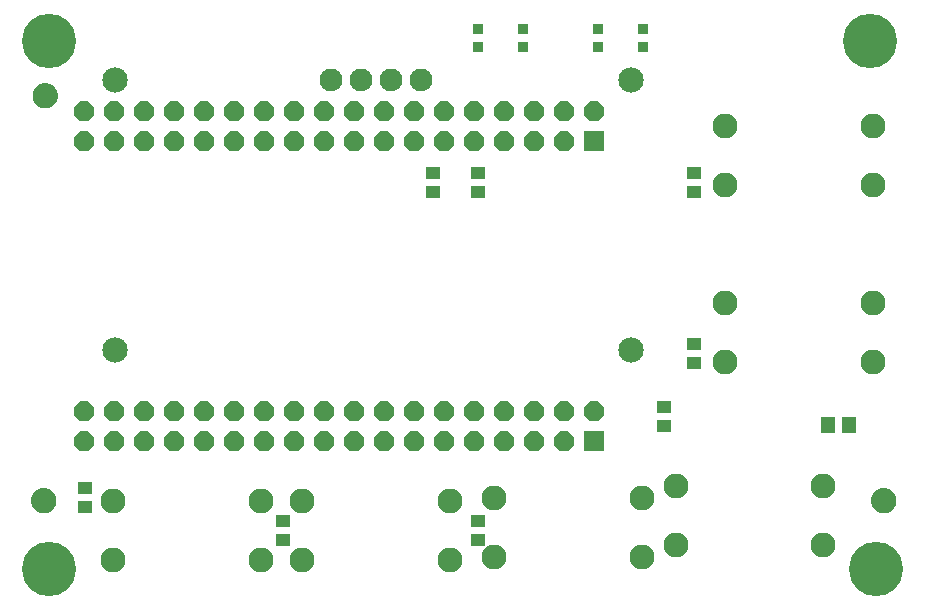
<source format=gbr>
G04 EAGLE Gerber RS-274X export*
G75*
%MOMM*%
%FSLAX34Y34*%
%LPD*%
%INSoldermask Top*%
%IPPOS*%
%AMOC8*
5,1,8,0,0,1.08239X$1,22.5*%
G01*
%ADD10C,2.152400*%
%ADD11C,1.930400*%
%ADD12R,0.952400X0.952400*%
%ADD13R,1.676400X1.676400*%
%ADD14P,1.814519X8X202.500000*%
%ADD15R,1.183641X1.102359*%
%ADD16C,2.112400*%
%ADD17C,4.597400*%
%ADD18C,0.609600*%
%ADD19C,1.168400*%
%ADD20R,1.295400X1.422400*%


D10*
X86360Y215900D03*
X523240Y215900D03*
X86360Y444500D03*
X523240Y444500D03*
D11*
X345440Y444500D03*
X320040Y444500D03*
X294640Y444500D03*
X269240Y444500D03*
D12*
X393700Y487560D03*
X393700Y472560D03*
X431800Y487560D03*
X431800Y472560D03*
X495300Y487560D03*
X495300Y472560D03*
X533400Y487560D03*
X533400Y472560D03*
D13*
X492080Y139440D03*
D14*
X492080Y164840D03*
X466680Y139440D03*
X466680Y164840D03*
X441280Y139440D03*
X441280Y164840D03*
X415880Y139440D03*
X415880Y164840D03*
X390480Y139440D03*
X390480Y164840D03*
X365080Y139440D03*
X365080Y164840D03*
X339680Y139440D03*
X339680Y164840D03*
X314280Y139440D03*
X314280Y164840D03*
X288880Y139440D03*
X288880Y164840D03*
X263480Y139440D03*
X263480Y164840D03*
X238080Y139440D03*
X238080Y164840D03*
X212680Y139440D03*
X212680Y164840D03*
X187280Y139440D03*
X187280Y164840D03*
X161880Y139440D03*
X161880Y164840D03*
X136480Y139440D03*
X136480Y164840D03*
X111080Y139440D03*
X111080Y164840D03*
X85680Y139440D03*
X85680Y164840D03*
X60280Y139440D03*
X60280Y164840D03*
D13*
X492080Y393440D03*
D14*
X492080Y418840D03*
X466680Y393440D03*
X466680Y418840D03*
X441280Y393440D03*
X441280Y418840D03*
X415880Y393440D03*
X415880Y418840D03*
X390480Y393440D03*
X390480Y418840D03*
X365080Y393440D03*
X365080Y418840D03*
X339680Y393440D03*
X339680Y418840D03*
X314280Y393440D03*
X314280Y418840D03*
X288880Y393440D03*
X288880Y418840D03*
X263480Y393440D03*
X263480Y418840D03*
X238080Y393440D03*
X238080Y418840D03*
X212680Y393440D03*
X212680Y418840D03*
X187280Y393440D03*
X187280Y418840D03*
X161880Y393440D03*
X161880Y418840D03*
X136480Y393440D03*
X136480Y418840D03*
X111080Y393440D03*
X111080Y418840D03*
X85680Y393440D03*
X85680Y418840D03*
X60280Y393440D03*
X60280Y418840D03*
D15*
X393700Y366141D03*
X393700Y350139D03*
X355600Y366141D03*
X355600Y350139D03*
D16*
X532400Y91040D03*
X532400Y41040D03*
X407400Y41040D03*
X407400Y91040D03*
D15*
X393700Y55499D03*
X393700Y71501D03*
D16*
X686070Y101200D03*
X686070Y51200D03*
X561070Y51200D03*
X561070Y101200D03*
D15*
X551180Y152019D03*
X551180Y168021D03*
D16*
X727980Y256140D03*
X727980Y206140D03*
X602980Y206140D03*
X602980Y256140D03*
D15*
X576580Y205359D03*
X576580Y221361D03*
D16*
X727980Y406000D03*
X727980Y356000D03*
X602980Y356000D03*
X602980Y406000D03*
D15*
X576580Y350139D03*
X576580Y366141D03*
D16*
X369840Y88500D03*
X369840Y38500D03*
X244840Y38500D03*
X244840Y88500D03*
D15*
X228600Y55499D03*
X228600Y71501D03*
D16*
X209820Y88500D03*
X209820Y38500D03*
X84820Y38500D03*
X84820Y88500D03*
D15*
X60960Y83439D03*
X60960Y99441D03*
D17*
X30480Y477520D03*
X725170Y477520D03*
X730250Y30480D03*
X30480Y30480D03*
D18*
X728980Y88900D02*
X728982Y89087D01*
X728989Y89274D01*
X729001Y89461D01*
X729017Y89647D01*
X729037Y89833D01*
X729062Y90018D01*
X729092Y90203D01*
X729126Y90387D01*
X729165Y90570D01*
X729208Y90752D01*
X729256Y90932D01*
X729308Y91112D01*
X729365Y91290D01*
X729425Y91467D01*
X729491Y91642D01*
X729560Y91816D01*
X729634Y91988D01*
X729712Y92158D01*
X729794Y92326D01*
X729880Y92492D01*
X729970Y92656D01*
X730064Y92817D01*
X730162Y92977D01*
X730264Y93133D01*
X730370Y93288D01*
X730480Y93439D01*
X730593Y93588D01*
X730710Y93734D01*
X730830Y93877D01*
X730954Y94017D01*
X731081Y94154D01*
X731212Y94288D01*
X731346Y94419D01*
X731483Y94546D01*
X731623Y94670D01*
X731766Y94790D01*
X731912Y94907D01*
X732061Y95020D01*
X732212Y95130D01*
X732367Y95236D01*
X732523Y95338D01*
X732683Y95436D01*
X732844Y95530D01*
X733008Y95620D01*
X733174Y95706D01*
X733342Y95788D01*
X733512Y95866D01*
X733684Y95940D01*
X733858Y96009D01*
X734033Y96075D01*
X734210Y96135D01*
X734388Y96192D01*
X734568Y96244D01*
X734748Y96292D01*
X734930Y96335D01*
X735113Y96374D01*
X735297Y96408D01*
X735482Y96438D01*
X735667Y96463D01*
X735853Y96483D01*
X736039Y96499D01*
X736226Y96511D01*
X736413Y96518D01*
X736600Y96520D01*
X736787Y96518D01*
X736974Y96511D01*
X737161Y96499D01*
X737347Y96483D01*
X737533Y96463D01*
X737718Y96438D01*
X737903Y96408D01*
X738087Y96374D01*
X738270Y96335D01*
X738452Y96292D01*
X738632Y96244D01*
X738812Y96192D01*
X738990Y96135D01*
X739167Y96075D01*
X739342Y96009D01*
X739516Y95940D01*
X739688Y95866D01*
X739858Y95788D01*
X740026Y95706D01*
X740192Y95620D01*
X740356Y95530D01*
X740517Y95436D01*
X740677Y95338D01*
X740833Y95236D01*
X740988Y95130D01*
X741139Y95020D01*
X741288Y94907D01*
X741434Y94790D01*
X741577Y94670D01*
X741717Y94546D01*
X741854Y94419D01*
X741988Y94288D01*
X742119Y94154D01*
X742246Y94017D01*
X742370Y93877D01*
X742490Y93734D01*
X742607Y93588D01*
X742720Y93439D01*
X742830Y93288D01*
X742936Y93133D01*
X743038Y92977D01*
X743136Y92817D01*
X743230Y92656D01*
X743320Y92492D01*
X743406Y92326D01*
X743488Y92158D01*
X743566Y91988D01*
X743640Y91816D01*
X743709Y91642D01*
X743775Y91467D01*
X743835Y91290D01*
X743892Y91112D01*
X743944Y90932D01*
X743992Y90752D01*
X744035Y90570D01*
X744074Y90387D01*
X744108Y90203D01*
X744138Y90018D01*
X744163Y89833D01*
X744183Y89647D01*
X744199Y89461D01*
X744211Y89274D01*
X744218Y89087D01*
X744220Y88900D01*
X744218Y88713D01*
X744211Y88526D01*
X744199Y88339D01*
X744183Y88153D01*
X744163Y87967D01*
X744138Y87782D01*
X744108Y87597D01*
X744074Y87413D01*
X744035Y87230D01*
X743992Y87048D01*
X743944Y86868D01*
X743892Y86688D01*
X743835Y86510D01*
X743775Y86333D01*
X743709Y86158D01*
X743640Y85984D01*
X743566Y85812D01*
X743488Y85642D01*
X743406Y85474D01*
X743320Y85308D01*
X743230Y85144D01*
X743136Y84983D01*
X743038Y84823D01*
X742936Y84667D01*
X742830Y84512D01*
X742720Y84361D01*
X742607Y84212D01*
X742490Y84066D01*
X742370Y83923D01*
X742246Y83783D01*
X742119Y83646D01*
X741988Y83512D01*
X741854Y83381D01*
X741717Y83254D01*
X741577Y83130D01*
X741434Y83010D01*
X741288Y82893D01*
X741139Y82780D01*
X740988Y82670D01*
X740833Y82564D01*
X740677Y82462D01*
X740517Y82364D01*
X740356Y82270D01*
X740192Y82180D01*
X740026Y82094D01*
X739858Y82012D01*
X739688Y81934D01*
X739516Y81860D01*
X739342Y81791D01*
X739167Y81725D01*
X738990Y81665D01*
X738812Y81608D01*
X738632Y81556D01*
X738452Y81508D01*
X738270Y81465D01*
X738087Y81426D01*
X737903Y81392D01*
X737718Y81362D01*
X737533Y81337D01*
X737347Y81317D01*
X737161Y81301D01*
X736974Y81289D01*
X736787Y81282D01*
X736600Y81280D01*
X736413Y81282D01*
X736226Y81289D01*
X736039Y81301D01*
X735853Y81317D01*
X735667Y81337D01*
X735482Y81362D01*
X735297Y81392D01*
X735113Y81426D01*
X734930Y81465D01*
X734748Y81508D01*
X734568Y81556D01*
X734388Y81608D01*
X734210Y81665D01*
X734033Y81725D01*
X733858Y81791D01*
X733684Y81860D01*
X733512Y81934D01*
X733342Y82012D01*
X733174Y82094D01*
X733008Y82180D01*
X732844Y82270D01*
X732683Y82364D01*
X732523Y82462D01*
X732367Y82564D01*
X732212Y82670D01*
X732061Y82780D01*
X731912Y82893D01*
X731766Y83010D01*
X731623Y83130D01*
X731483Y83254D01*
X731346Y83381D01*
X731212Y83512D01*
X731081Y83646D01*
X730954Y83783D01*
X730830Y83923D01*
X730710Y84066D01*
X730593Y84212D01*
X730480Y84361D01*
X730370Y84512D01*
X730264Y84667D01*
X730162Y84823D01*
X730064Y84983D01*
X729970Y85144D01*
X729880Y85308D01*
X729794Y85474D01*
X729712Y85642D01*
X729634Y85812D01*
X729560Y85984D01*
X729491Y86158D01*
X729425Y86333D01*
X729365Y86510D01*
X729308Y86688D01*
X729256Y86868D01*
X729208Y87048D01*
X729165Y87230D01*
X729126Y87413D01*
X729092Y87597D01*
X729062Y87782D01*
X729037Y87967D01*
X729017Y88153D01*
X729001Y88339D01*
X728989Y88526D01*
X728982Y88713D01*
X728980Y88900D01*
D19*
X736600Y88900D03*
D18*
X19050Y431800D02*
X19052Y431987D01*
X19059Y432174D01*
X19071Y432361D01*
X19087Y432547D01*
X19107Y432733D01*
X19132Y432918D01*
X19162Y433103D01*
X19196Y433287D01*
X19235Y433470D01*
X19278Y433652D01*
X19326Y433832D01*
X19378Y434012D01*
X19435Y434190D01*
X19495Y434367D01*
X19561Y434542D01*
X19630Y434716D01*
X19704Y434888D01*
X19782Y435058D01*
X19864Y435226D01*
X19950Y435392D01*
X20040Y435556D01*
X20134Y435717D01*
X20232Y435877D01*
X20334Y436033D01*
X20440Y436188D01*
X20550Y436339D01*
X20663Y436488D01*
X20780Y436634D01*
X20900Y436777D01*
X21024Y436917D01*
X21151Y437054D01*
X21282Y437188D01*
X21416Y437319D01*
X21553Y437446D01*
X21693Y437570D01*
X21836Y437690D01*
X21982Y437807D01*
X22131Y437920D01*
X22282Y438030D01*
X22437Y438136D01*
X22593Y438238D01*
X22753Y438336D01*
X22914Y438430D01*
X23078Y438520D01*
X23244Y438606D01*
X23412Y438688D01*
X23582Y438766D01*
X23754Y438840D01*
X23928Y438909D01*
X24103Y438975D01*
X24280Y439035D01*
X24458Y439092D01*
X24638Y439144D01*
X24818Y439192D01*
X25000Y439235D01*
X25183Y439274D01*
X25367Y439308D01*
X25552Y439338D01*
X25737Y439363D01*
X25923Y439383D01*
X26109Y439399D01*
X26296Y439411D01*
X26483Y439418D01*
X26670Y439420D01*
X26857Y439418D01*
X27044Y439411D01*
X27231Y439399D01*
X27417Y439383D01*
X27603Y439363D01*
X27788Y439338D01*
X27973Y439308D01*
X28157Y439274D01*
X28340Y439235D01*
X28522Y439192D01*
X28702Y439144D01*
X28882Y439092D01*
X29060Y439035D01*
X29237Y438975D01*
X29412Y438909D01*
X29586Y438840D01*
X29758Y438766D01*
X29928Y438688D01*
X30096Y438606D01*
X30262Y438520D01*
X30426Y438430D01*
X30587Y438336D01*
X30747Y438238D01*
X30903Y438136D01*
X31058Y438030D01*
X31209Y437920D01*
X31358Y437807D01*
X31504Y437690D01*
X31647Y437570D01*
X31787Y437446D01*
X31924Y437319D01*
X32058Y437188D01*
X32189Y437054D01*
X32316Y436917D01*
X32440Y436777D01*
X32560Y436634D01*
X32677Y436488D01*
X32790Y436339D01*
X32900Y436188D01*
X33006Y436033D01*
X33108Y435877D01*
X33206Y435717D01*
X33300Y435556D01*
X33390Y435392D01*
X33476Y435226D01*
X33558Y435058D01*
X33636Y434888D01*
X33710Y434716D01*
X33779Y434542D01*
X33845Y434367D01*
X33905Y434190D01*
X33962Y434012D01*
X34014Y433832D01*
X34062Y433652D01*
X34105Y433470D01*
X34144Y433287D01*
X34178Y433103D01*
X34208Y432918D01*
X34233Y432733D01*
X34253Y432547D01*
X34269Y432361D01*
X34281Y432174D01*
X34288Y431987D01*
X34290Y431800D01*
X34288Y431613D01*
X34281Y431426D01*
X34269Y431239D01*
X34253Y431053D01*
X34233Y430867D01*
X34208Y430682D01*
X34178Y430497D01*
X34144Y430313D01*
X34105Y430130D01*
X34062Y429948D01*
X34014Y429768D01*
X33962Y429588D01*
X33905Y429410D01*
X33845Y429233D01*
X33779Y429058D01*
X33710Y428884D01*
X33636Y428712D01*
X33558Y428542D01*
X33476Y428374D01*
X33390Y428208D01*
X33300Y428044D01*
X33206Y427883D01*
X33108Y427723D01*
X33006Y427567D01*
X32900Y427412D01*
X32790Y427261D01*
X32677Y427112D01*
X32560Y426966D01*
X32440Y426823D01*
X32316Y426683D01*
X32189Y426546D01*
X32058Y426412D01*
X31924Y426281D01*
X31787Y426154D01*
X31647Y426030D01*
X31504Y425910D01*
X31358Y425793D01*
X31209Y425680D01*
X31058Y425570D01*
X30903Y425464D01*
X30747Y425362D01*
X30587Y425264D01*
X30426Y425170D01*
X30262Y425080D01*
X30096Y424994D01*
X29928Y424912D01*
X29758Y424834D01*
X29586Y424760D01*
X29412Y424691D01*
X29237Y424625D01*
X29060Y424565D01*
X28882Y424508D01*
X28702Y424456D01*
X28522Y424408D01*
X28340Y424365D01*
X28157Y424326D01*
X27973Y424292D01*
X27788Y424262D01*
X27603Y424237D01*
X27417Y424217D01*
X27231Y424201D01*
X27044Y424189D01*
X26857Y424182D01*
X26670Y424180D01*
X26483Y424182D01*
X26296Y424189D01*
X26109Y424201D01*
X25923Y424217D01*
X25737Y424237D01*
X25552Y424262D01*
X25367Y424292D01*
X25183Y424326D01*
X25000Y424365D01*
X24818Y424408D01*
X24638Y424456D01*
X24458Y424508D01*
X24280Y424565D01*
X24103Y424625D01*
X23928Y424691D01*
X23754Y424760D01*
X23582Y424834D01*
X23412Y424912D01*
X23244Y424994D01*
X23078Y425080D01*
X22914Y425170D01*
X22753Y425264D01*
X22593Y425362D01*
X22437Y425464D01*
X22282Y425570D01*
X22131Y425680D01*
X21982Y425793D01*
X21836Y425910D01*
X21693Y426030D01*
X21553Y426154D01*
X21416Y426281D01*
X21282Y426412D01*
X21151Y426546D01*
X21024Y426683D01*
X20900Y426823D01*
X20780Y426966D01*
X20663Y427112D01*
X20550Y427261D01*
X20440Y427412D01*
X20334Y427567D01*
X20232Y427723D01*
X20134Y427883D01*
X20040Y428044D01*
X19950Y428208D01*
X19864Y428374D01*
X19782Y428542D01*
X19704Y428712D01*
X19630Y428884D01*
X19561Y429058D01*
X19495Y429233D01*
X19435Y429410D01*
X19378Y429588D01*
X19326Y429768D01*
X19278Y429948D01*
X19235Y430130D01*
X19196Y430313D01*
X19162Y430497D01*
X19132Y430682D01*
X19107Y430867D01*
X19087Y431053D01*
X19071Y431239D01*
X19059Y431426D01*
X19052Y431613D01*
X19050Y431800D01*
D19*
X26670Y431800D03*
D18*
X17780Y88900D02*
X17782Y89087D01*
X17789Y89274D01*
X17801Y89461D01*
X17817Y89647D01*
X17837Y89833D01*
X17862Y90018D01*
X17892Y90203D01*
X17926Y90387D01*
X17965Y90570D01*
X18008Y90752D01*
X18056Y90932D01*
X18108Y91112D01*
X18165Y91290D01*
X18225Y91467D01*
X18291Y91642D01*
X18360Y91816D01*
X18434Y91988D01*
X18512Y92158D01*
X18594Y92326D01*
X18680Y92492D01*
X18770Y92656D01*
X18864Y92817D01*
X18962Y92977D01*
X19064Y93133D01*
X19170Y93288D01*
X19280Y93439D01*
X19393Y93588D01*
X19510Y93734D01*
X19630Y93877D01*
X19754Y94017D01*
X19881Y94154D01*
X20012Y94288D01*
X20146Y94419D01*
X20283Y94546D01*
X20423Y94670D01*
X20566Y94790D01*
X20712Y94907D01*
X20861Y95020D01*
X21012Y95130D01*
X21167Y95236D01*
X21323Y95338D01*
X21483Y95436D01*
X21644Y95530D01*
X21808Y95620D01*
X21974Y95706D01*
X22142Y95788D01*
X22312Y95866D01*
X22484Y95940D01*
X22658Y96009D01*
X22833Y96075D01*
X23010Y96135D01*
X23188Y96192D01*
X23368Y96244D01*
X23548Y96292D01*
X23730Y96335D01*
X23913Y96374D01*
X24097Y96408D01*
X24282Y96438D01*
X24467Y96463D01*
X24653Y96483D01*
X24839Y96499D01*
X25026Y96511D01*
X25213Y96518D01*
X25400Y96520D01*
X25587Y96518D01*
X25774Y96511D01*
X25961Y96499D01*
X26147Y96483D01*
X26333Y96463D01*
X26518Y96438D01*
X26703Y96408D01*
X26887Y96374D01*
X27070Y96335D01*
X27252Y96292D01*
X27432Y96244D01*
X27612Y96192D01*
X27790Y96135D01*
X27967Y96075D01*
X28142Y96009D01*
X28316Y95940D01*
X28488Y95866D01*
X28658Y95788D01*
X28826Y95706D01*
X28992Y95620D01*
X29156Y95530D01*
X29317Y95436D01*
X29477Y95338D01*
X29633Y95236D01*
X29788Y95130D01*
X29939Y95020D01*
X30088Y94907D01*
X30234Y94790D01*
X30377Y94670D01*
X30517Y94546D01*
X30654Y94419D01*
X30788Y94288D01*
X30919Y94154D01*
X31046Y94017D01*
X31170Y93877D01*
X31290Y93734D01*
X31407Y93588D01*
X31520Y93439D01*
X31630Y93288D01*
X31736Y93133D01*
X31838Y92977D01*
X31936Y92817D01*
X32030Y92656D01*
X32120Y92492D01*
X32206Y92326D01*
X32288Y92158D01*
X32366Y91988D01*
X32440Y91816D01*
X32509Y91642D01*
X32575Y91467D01*
X32635Y91290D01*
X32692Y91112D01*
X32744Y90932D01*
X32792Y90752D01*
X32835Y90570D01*
X32874Y90387D01*
X32908Y90203D01*
X32938Y90018D01*
X32963Y89833D01*
X32983Y89647D01*
X32999Y89461D01*
X33011Y89274D01*
X33018Y89087D01*
X33020Y88900D01*
X33018Y88713D01*
X33011Y88526D01*
X32999Y88339D01*
X32983Y88153D01*
X32963Y87967D01*
X32938Y87782D01*
X32908Y87597D01*
X32874Y87413D01*
X32835Y87230D01*
X32792Y87048D01*
X32744Y86868D01*
X32692Y86688D01*
X32635Y86510D01*
X32575Y86333D01*
X32509Y86158D01*
X32440Y85984D01*
X32366Y85812D01*
X32288Y85642D01*
X32206Y85474D01*
X32120Y85308D01*
X32030Y85144D01*
X31936Y84983D01*
X31838Y84823D01*
X31736Y84667D01*
X31630Y84512D01*
X31520Y84361D01*
X31407Y84212D01*
X31290Y84066D01*
X31170Y83923D01*
X31046Y83783D01*
X30919Y83646D01*
X30788Y83512D01*
X30654Y83381D01*
X30517Y83254D01*
X30377Y83130D01*
X30234Y83010D01*
X30088Y82893D01*
X29939Y82780D01*
X29788Y82670D01*
X29633Y82564D01*
X29477Y82462D01*
X29317Y82364D01*
X29156Y82270D01*
X28992Y82180D01*
X28826Y82094D01*
X28658Y82012D01*
X28488Y81934D01*
X28316Y81860D01*
X28142Y81791D01*
X27967Y81725D01*
X27790Y81665D01*
X27612Y81608D01*
X27432Y81556D01*
X27252Y81508D01*
X27070Y81465D01*
X26887Y81426D01*
X26703Y81392D01*
X26518Y81362D01*
X26333Y81337D01*
X26147Y81317D01*
X25961Y81301D01*
X25774Y81289D01*
X25587Y81282D01*
X25400Y81280D01*
X25213Y81282D01*
X25026Y81289D01*
X24839Y81301D01*
X24653Y81317D01*
X24467Y81337D01*
X24282Y81362D01*
X24097Y81392D01*
X23913Y81426D01*
X23730Y81465D01*
X23548Y81508D01*
X23368Y81556D01*
X23188Y81608D01*
X23010Y81665D01*
X22833Y81725D01*
X22658Y81791D01*
X22484Y81860D01*
X22312Y81934D01*
X22142Y82012D01*
X21974Y82094D01*
X21808Y82180D01*
X21644Y82270D01*
X21483Y82364D01*
X21323Y82462D01*
X21167Y82564D01*
X21012Y82670D01*
X20861Y82780D01*
X20712Y82893D01*
X20566Y83010D01*
X20423Y83130D01*
X20283Y83254D01*
X20146Y83381D01*
X20012Y83512D01*
X19881Y83646D01*
X19754Y83783D01*
X19630Y83923D01*
X19510Y84066D01*
X19393Y84212D01*
X19280Y84361D01*
X19170Y84512D01*
X19064Y84667D01*
X18962Y84823D01*
X18864Y84983D01*
X18770Y85144D01*
X18680Y85308D01*
X18594Y85474D01*
X18512Y85642D01*
X18434Y85812D01*
X18360Y85984D01*
X18291Y86158D01*
X18225Y86333D01*
X18165Y86510D01*
X18108Y86688D01*
X18056Y86868D01*
X18008Y87048D01*
X17965Y87230D01*
X17926Y87413D01*
X17892Y87597D01*
X17862Y87782D01*
X17837Y87967D01*
X17817Y88153D01*
X17801Y88339D01*
X17789Y88526D01*
X17782Y88713D01*
X17780Y88900D01*
D19*
X25400Y88900D03*
D20*
X689610Y152400D03*
X707390Y152400D03*
M02*

</source>
